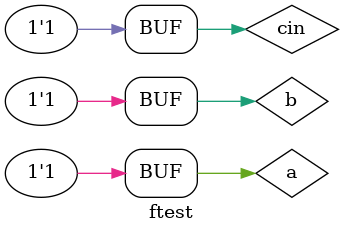
<source format=v>
`include "full_adder.v"

module ftest;
    reg a;
    reg b;
    reg cin;
    wire cout;
    wire sum;

    fulladder uut (
        .a(a),
        .b(b),
        .cin(cin),
        .cout(cout),
        .sum(sum)
    );

    initial begin
        
        $monitor ("a=%b, b=%b, cin=%b, cout=%b, sum=%b", a, b, cin, cout, sum);
        #10 a = 0; b = 0; cin = 0; // Test case 1: a=0, b=0, cin=0
        #10 a = 0; b = 1; cin = 0; // Test case 2: a=0, b=1, cin=0
        #10 a = 1; b = 0; cin = 0; // Test case 3: a=1, b=0, cin=0
        #10 a = 1; b = 1; cin = 0; // Test case 4: a=1, b=1, cin=0
        #10 a = 0; b = 0; cin = 1; // Test case 5: a=0, b=0, cin=1
        #10 a = 0; b = 1; cin = 1; // Test case 6: a=0, b=1, cin=1
        #10 a = 1; b = 0; cin = 1; // Test case 7: a=1, b=0, cin=1
        #10 a = 1; b = 1; cin = 1; // Test case 8: a=1, b=1, cin=1

    end
    initial
    begin
        $dumpfile ("full_adder.vcd");
        $dumpvars (0,ftest);
    end

    endmodule
</source>
